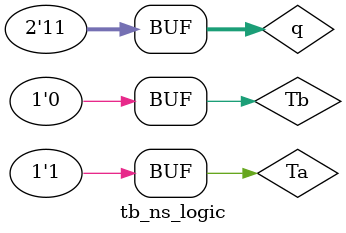
<source format=v>
`timescale 1ns/100ps

module tb_ns_logic;

	reg Ta, Tb;		// reg
	reg [1:0] q;	// 2bit reg
	wire [1:0] d;	// 2bit wire

	// Instance next state logic
	ns_logic test_ns_logic (.Ta(Ta), .Tb(Tb), .q(q), .d(d));
	
	initial begin
		#0; Ta = 0; Tb = 0; q = 2'b00; 
		#5; Ta = 1; Tb = 1; 
		#5; q = 2'b10; Tb = 1;
		#5; Tb = 0;
		#5; Ta = 0;
		#5; q = 2'b11;
		#5; Ta = 1;
		
		
	end

endmodule

</source>
